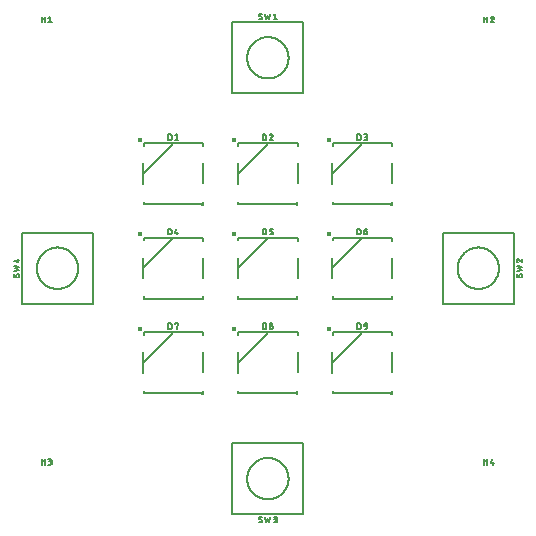
<source format=gbr>
G04 EAGLE Gerber RS-274X export*
G75*
%MOMM*%
%FSLAX34Y34*%
%LPD*%
%INSilkscreen Top*%
%IPPOS*%
%AMOC8*
5,1,8,0,0,1.08239X$1,22.5*%
G01*
%ADD10C,0.203200*%
%ADD11C,0.406400*%
%ADD12C,0.127000*%


D10*
X167142Y278628D02*
X167142Y276088D01*
X166634Y276088D01*
X166634Y276139D01*
X117129Y276139D01*
X117129Y278450D01*
X167345Y325440D02*
X167345Y328158D01*
X166837Y328158D01*
X166837Y328183D01*
X117155Y328183D01*
X117155Y325923D01*
X167650Y311140D02*
X167650Y294122D01*
X116850Y293614D02*
X116850Y302250D01*
X116850Y310886D01*
X116850Y302250D02*
X142250Y327650D01*
D11*
X113675Y330825D03*
D12*
X138075Y330825D02*
X138075Y335651D01*
X139415Y335651D01*
X139485Y335649D01*
X139555Y335644D01*
X139625Y335634D01*
X139694Y335622D01*
X139762Y335605D01*
X139829Y335585D01*
X139896Y335562D01*
X139960Y335535D01*
X140024Y335505D01*
X140086Y335471D01*
X140145Y335435D01*
X140203Y335395D01*
X140259Y335352D01*
X140312Y335307D01*
X140363Y335258D01*
X140412Y335207D01*
X140457Y335154D01*
X140500Y335098D01*
X140540Y335040D01*
X140576Y334981D01*
X140610Y334919D01*
X140640Y334855D01*
X140667Y334791D01*
X140690Y334724D01*
X140710Y334657D01*
X140727Y334589D01*
X140739Y334520D01*
X140749Y334450D01*
X140754Y334380D01*
X140756Y334310D01*
X140756Y332166D01*
X140754Y332096D01*
X140749Y332026D01*
X140739Y331956D01*
X140727Y331887D01*
X140710Y331819D01*
X140690Y331752D01*
X140667Y331685D01*
X140640Y331621D01*
X140610Y331557D01*
X140576Y331495D01*
X140540Y331436D01*
X140500Y331378D01*
X140457Y331322D01*
X140412Y331269D01*
X140363Y331218D01*
X140312Y331169D01*
X140259Y331124D01*
X140203Y331081D01*
X140145Y331041D01*
X140085Y331005D01*
X140024Y330971D01*
X139960Y330941D01*
X139896Y330914D01*
X139829Y330891D01*
X139762Y330871D01*
X139694Y330854D01*
X139625Y330842D01*
X139555Y330832D01*
X139485Y330827D01*
X139415Y330825D01*
X138075Y330825D01*
X143744Y334579D02*
X145085Y335651D01*
X145085Y330825D01*
X146425Y330825D02*
X143744Y330825D01*
D10*
X247142Y278628D02*
X247142Y276088D01*
X246634Y276088D01*
X246634Y276139D01*
X197129Y276139D01*
X197129Y278450D01*
X247345Y325440D02*
X247345Y328158D01*
X246837Y328158D01*
X246837Y328183D01*
X197155Y328183D01*
X197155Y325923D01*
X247650Y311140D02*
X247650Y294122D01*
X196850Y293614D02*
X196850Y302250D01*
X196850Y310886D01*
X196850Y302250D02*
X222250Y327650D01*
D11*
X193675Y330825D03*
D12*
X218075Y330825D02*
X218075Y335651D01*
X219415Y335651D01*
X219485Y335649D01*
X219555Y335644D01*
X219625Y335634D01*
X219694Y335622D01*
X219762Y335605D01*
X219829Y335585D01*
X219896Y335562D01*
X219960Y335535D01*
X220024Y335505D01*
X220086Y335471D01*
X220145Y335435D01*
X220203Y335395D01*
X220259Y335352D01*
X220312Y335307D01*
X220363Y335258D01*
X220412Y335207D01*
X220457Y335154D01*
X220500Y335098D01*
X220540Y335040D01*
X220576Y334981D01*
X220610Y334919D01*
X220640Y334855D01*
X220667Y334791D01*
X220690Y334724D01*
X220710Y334657D01*
X220727Y334589D01*
X220739Y334520D01*
X220749Y334450D01*
X220754Y334380D01*
X220756Y334310D01*
X220756Y332166D01*
X220754Y332096D01*
X220749Y332026D01*
X220739Y331956D01*
X220727Y331887D01*
X220710Y331819D01*
X220690Y331752D01*
X220667Y331685D01*
X220640Y331621D01*
X220610Y331557D01*
X220576Y331495D01*
X220540Y331436D01*
X220500Y331378D01*
X220457Y331322D01*
X220412Y331269D01*
X220363Y331218D01*
X220312Y331169D01*
X220259Y331124D01*
X220203Y331081D01*
X220145Y331041D01*
X220085Y331005D01*
X220024Y330971D01*
X219960Y330941D01*
X219896Y330914D01*
X219829Y330891D01*
X219762Y330871D01*
X219694Y330854D01*
X219625Y330842D01*
X219555Y330832D01*
X219485Y330827D01*
X219415Y330825D01*
X218075Y330825D01*
X225219Y335651D02*
X225287Y335649D01*
X225354Y335643D01*
X225421Y335634D01*
X225488Y335621D01*
X225553Y335604D01*
X225618Y335583D01*
X225681Y335559D01*
X225743Y335531D01*
X225803Y335500D01*
X225861Y335466D01*
X225917Y335428D01*
X225972Y335388D01*
X226023Y335344D01*
X226072Y335297D01*
X226119Y335248D01*
X226163Y335197D01*
X226203Y335142D01*
X226241Y335086D01*
X226275Y335028D01*
X226306Y334968D01*
X226334Y334906D01*
X226358Y334843D01*
X226379Y334778D01*
X226396Y334713D01*
X226409Y334646D01*
X226418Y334579D01*
X226424Y334512D01*
X226426Y334444D01*
X225219Y335651D02*
X225141Y335649D01*
X225063Y335643D01*
X224986Y335633D01*
X224909Y335620D01*
X224833Y335602D01*
X224758Y335581D01*
X224684Y335556D01*
X224612Y335527D01*
X224541Y335495D01*
X224472Y335459D01*
X224404Y335420D01*
X224339Y335377D01*
X224276Y335331D01*
X224215Y335282D01*
X224157Y335230D01*
X224102Y335175D01*
X224049Y335118D01*
X224000Y335058D01*
X223953Y334995D01*
X223910Y334931D01*
X223870Y334864D01*
X223833Y334795D01*
X223800Y334724D01*
X223770Y334652D01*
X223744Y334579D01*
X226023Y333506D02*
X226072Y333555D01*
X226119Y333607D01*
X226162Y333662D01*
X226203Y333719D01*
X226241Y333778D01*
X226275Y333839D01*
X226306Y333902D01*
X226334Y333966D01*
X226358Y334032D01*
X226378Y334098D01*
X226395Y334166D01*
X226408Y334235D01*
X226417Y334304D01*
X226423Y334374D01*
X226425Y334444D01*
X226023Y333506D02*
X223744Y330825D01*
X226425Y330825D01*
D10*
X327142Y278628D02*
X327142Y276088D01*
X326634Y276088D01*
X326634Y276139D01*
X277129Y276139D01*
X277129Y278450D01*
X327345Y325440D02*
X327345Y328158D01*
X326837Y328158D01*
X326837Y328183D01*
X277155Y328183D01*
X277155Y325923D01*
X327650Y311140D02*
X327650Y294122D01*
X276850Y293614D02*
X276850Y302250D01*
X276850Y310886D01*
X276850Y302250D02*
X302250Y327650D01*
D11*
X273675Y330825D03*
D12*
X298075Y330825D02*
X298075Y335651D01*
X299415Y335651D01*
X299485Y335649D01*
X299555Y335644D01*
X299625Y335634D01*
X299694Y335622D01*
X299762Y335605D01*
X299829Y335585D01*
X299896Y335562D01*
X299960Y335535D01*
X300024Y335505D01*
X300086Y335471D01*
X300145Y335435D01*
X300203Y335395D01*
X300259Y335352D01*
X300312Y335307D01*
X300363Y335258D01*
X300412Y335207D01*
X300457Y335154D01*
X300500Y335098D01*
X300540Y335040D01*
X300576Y334981D01*
X300610Y334919D01*
X300640Y334855D01*
X300667Y334791D01*
X300690Y334724D01*
X300710Y334657D01*
X300727Y334589D01*
X300739Y334520D01*
X300749Y334450D01*
X300754Y334380D01*
X300756Y334310D01*
X300756Y332166D01*
X300754Y332096D01*
X300749Y332026D01*
X300739Y331956D01*
X300727Y331887D01*
X300710Y331819D01*
X300690Y331752D01*
X300667Y331685D01*
X300640Y331621D01*
X300610Y331557D01*
X300576Y331495D01*
X300540Y331436D01*
X300500Y331378D01*
X300457Y331322D01*
X300412Y331269D01*
X300363Y331218D01*
X300312Y331169D01*
X300259Y331124D01*
X300203Y331081D01*
X300145Y331041D01*
X300085Y331005D01*
X300024Y330971D01*
X299960Y330941D01*
X299896Y330914D01*
X299829Y330891D01*
X299762Y330871D01*
X299694Y330854D01*
X299625Y330842D01*
X299555Y330832D01*
X299485Y330827D01*
X299415Y330825D01*
X298075Y330825D01*
X303744Y330825D02*
X305085Y330825D01*
X305156Y330827D01*
X305228Y330833D01*
X305298Y330842D01*
X305368Y330855D01*
X305438Y330872D01*
X305506Y330893D01*
X305573Y330917D01*
X305639Y330945D01*
X305703Y330976D01*
X305766Y331011D01*
X305826Y331049D01*
X305885Y331090D01*
X305941Y331134D01*
X305995Y331181D01*
X306046Y331230D01*
X306094Y331283D01*
X306140Y331338D01*
X306182Y331395D01*
X306222Y331455D01*
X306258Y331516D01*
X306291Y331580D01*
X306320Y331645D01*
X306346Y331711D01*
X306369Y331779D01*
X306388Y331848D01*
X306403Y331918D01*
X306414Y331988D01*
X306422Y332059D01*
X306426Y332130D01*
X306426Y332202D01*
X306422Y332273D01*
X306414Y332344D01*
X306403Y332414D01*
X306388Y332484D01*
X306369Y332553D01*
X306346Y332621D01*
X306320Y332687D01*
X306291Y332752D01*
X306258Y332816D01*
X306222Y332877D01*
X306182Y332937D01*
X306140Y332994D01*
X306094Y333049D01*
X306046Y333102D01*
X305995Y333151D01*
X305941Y333198D01*
X305885Y333242D01*
X305826Y333283D01*
X305766Y333321D01*
X305703Y333356D01*
X305639Y333387D01*
X305573Y333415D01*
X305506Y333439D01*
X305438Y333460D01*
X305368Y333477D01*
X305298Y333490D01*
X305228Y333499D01*
X305156Y333505D01*
X305085Y333507D01*
X305353Y335651D02*
X303744Y335651D01*
X305353Y335651D02*
X305418Y335649D01*
X305482Y335643D01*
X305546Y335633D01*
X305610Y335620D01*
X305672Y335602D01*
X305733Y335581D01*
X305793Y335557D01*
X305851Y335528D01*
X305908Y335496D01*
X305962Y335461D01*
X306014Y335423D01*
X306064Y335381D01*
X306111Y335337D01*
X306155Y335290D01*
X306197Y335240D01*
X306235Y335188D01*
X306270Y335134D01*
X306302Y335077D01*
X306331Y335019D01*
X306355Y334959D01*
X306376Y334898D01*
X306394Y334836D01*
X306407Y334772D01*
X306417Y334708D01*
X306423Y334644D01*
X306425Y334579D01*
X306423Y334514D01*
X306417Y334450D01*
X306407Y334386D01*
X306394Y334322D01*
X306376Y334260D01*
X306355Y334199D01*
X306331Y334139D01*
X306302Y334081D01*
X306270Y334024D01*
X306235Y333970D01*
X306197Y333918D01*
X306155Y333868D01*
X306111Y333821D01*
X306064Y333777D01*
X306014Y333735D01*
X305962Y333697D01*
X305908Y333662D01*
X305851Y333630D01*
X305793Y333601D01*
X305733Y333577D01*
X305672Y333556D01*
X305610Y333538D01*
X305546Y333525D01*
X305482Y333515D01*
X305418Y333509D01*
X305353Y333507D01*
X305353Y333506D02*
X304280Y333506D01*
D10*
X167142Y198628D02*
X167142Y196088D01*
X166634Y196088D01*
X166634Y196139D01*
X117129Y196139D01*
X117129Y198450D01*
X167345Y245440D02*
X167345Y248158D01*
X166837Y248158D01*
X166837Y248183D01*
X117155Y248183D01*
X117155Y245923D01*
X167650Y231140D02*
X167650Y214122D01*
X116850Y213614D02*
X116850Y222250D01*
X116850Y230886D01*
X116850Y222250D02*
X142250Y247650D01*
D11*
X113675Y250825D03*
D12*
X138075Y250825D02*
X138075Y255651D01*
X139415Y255651D01*
X139485Y255649D01*
X139555Y255644D01*
X139625Y255634D01*
X139694Y255622D01*
X139762Y255605D01*
X139829Y255585D01*
X139896Y255562D01*
X139960Y255535D01*
X140024Y255505D01*
X140086Y255471D01*
X140145Y255435D01*
X140203Y255395D01*
X140259Y255352D01*
X140312Y255307D01*
X140363Y255258D01*
X140412Y255207D01*
X140457Y255154D01*
X140500Y255098D01*
X140540Y255040D01*
X140576Y254981D01*
X140610Y254919D01*
X140640Y254855D01*
X140667Y254791D01*
X140690Y254724D01*
X140710Y254657D01*
X140727Y254589D01*
X140739Y254520D01*
X140749Y254450D01*
X140754Y254380D01*
X140756Y254310D01*
X140756Y252166D01*
X140754Y252096D01*
X140749Y252026D01*
X140739Y251956D01*
X140727Y251887D01*
X140710Y251819D01*
X140690Y251752D01*
X140667Y251685D01*
X140640Y251621D01*
X140610Y251557D01*
X140576Y251495D01*
X140540Y251436D01*
X140500Y251378D01*
X140457Y251322D01*
X140412Y251269D01*
X140363Y251218D01*
X140312Y251169D01*
X140259Y251124D01*
X140203Y251081D01*
X140145Y251041D01*
X140085Y251005D01*
X140024Y250971D01*
X139960Y250941D01*
X139896Y250914D01*
X139829Y250891D01*
X139762Y250871D01*
X139694Y250854D01*
X139625Y250842D01*
X139555Y250832D01*
X139485Y250827D01*
X139415Y250825D01*
X138075Y250825D01*
X143744Y251897D02*
X144817Y255651D01*
X143744Y251897D02*
X146425Y251897D01*
X145621Y252970D02*
X145621Y250825D01*
D10*
X247142Y198628D02*
X247142Y196088D01*
X246634Y196088D01*
X246634Y196139D01*
X197129Y196139D01*
X197129Y198450D01*
X247345Y245440D02*
X247345Y248158D01*
X246837Y248158D01*
X246837Y248183D01*
X197155Y248183D01*
X197155Y245923D01*
X247650Y231140D02*
X247650Y214122D01*
X196850Y213614D02*
X196850Y222250D01*
X196850Y230886D01*
X196850Y222250D02*
X222250Y247650D01*
D11*
X193675Y250825D03*
D12*
X218075Y250825D02*
X218075Y255651D01*
X219415Y255651D01*
X219485Y255649D01*
X219555Y255644D01*
X219625Y255634D01*
X219694Y255622D01*
X219762Y255605D01*
X219829Y255585D01*
X219896Y255562D01*
X219960Y255535D01*
X220024Y255505D01*
X220086Y255471D01*
X220145Y255435D01*
X220203Y255395D01*
X220259Y255352D01*
X220312Y255307D01*
X220363Y255258D01*
X220412Y255207D01*
X220457Y255154D01*
X220500Y255098D01*
X220540Y255040D01*
X220576Y254981D01*
X220610Y254919D01*
X220640Y254855D01*
X220667Y254791D01*
X220690Y254724D01*
X220710Y254657D01*
X220727Y254589D01*
X220739Y254520D01*
X220749Y254450D01*
X220754Y254380D01*
X220756Y254310D01*
X220756Y252166D01*
X220754Y252096D01*
X220749Y252026D01*
X220739Y251956D01*
X220727Y251887D01*
X220710Y251819D01*
X220690Y251752D01*
X220667Y251685D01*
X220640Y251621D01*
X220610Y251557D01*
X220576Y251495D01*
X220540Y251436D01*
X220500Y251378D01*
X220457Y251322D01*
X220412Y251269D01*
X220363Y251218D01*
X220312Y251169D01*
X220259Y251124D01*
X220203Y251081D01*
X220145Y251041D01*
X220085Y251005D01*
X220024Y250971D01*
X219960Y250941D01*
X219896Y250914D01*
X219829Y250891D01*
X219762Y250871D01*
X219694Y250854D01*
X219625Y250842D01*
X219555Y250832D01*
X219485Y250827D01*
X219415Y250825D01*
X218075Y250825D01*
X223744Y250825D02*
X225353Y250825D01*
X225418Y250827D01*
X225482Y250833D01*
X225546Y250843D01*
X225610Y250856D01*
X225672Y250874D01*
X225733Y250895D01*
X225793Y250919D01*
X225851Y250948D01*
X225908Y250980D01*
X225962Y251015D01*
X226014Y251053D01*
X226064Y251095D01*
X226111Y251139D01*
X226155Y251186D01*
X226197Y251236D01*
X226235Y251288D01*
X226270Y251342D01*
X226302Y251399D01*
X226331Y251457D01*
X226355Y251517D01*
X226376Y251578D01*
X226394Y251640D01*
X226407Y251704D01*
X226417Y251768D01*
X226423Y251832D01*
X226425Y251897D01*
X226425Y252434D01*
X226423Y252499D01*
X226417Y252563D01*
X226407Y252627D01*
X226394Y252691D01*
X226376Y252753D01*
X226355Y252814D01*
X226331Y252874D01*
X226302Y252932D01*
X226270Y252989D01*
X226235Y253043D01*
X226197Y253095D01*
X226155Y253145D01*
X226111Y253192D01*
X226064Y253236D01*
X226014Y253278D01*
X225962Y253316D01*
X225908Y253351D01*
X225851Y253383D01*
X225793Y253412D01*
X225733Y253436D01*
X225672Y253457D01*
X225610Y253475D01*
X225546Y253488D01*
X225482Y253498D01*
X225418Y253504D01*
X225353Y253506D01*
X223744Y253506D01*
X223744Y255651D01*
X226425Y255651D01*
D10*
X327142Y198628D02*
X327142Y196088D01*
X326634Y196088D01*
X326634Y196139D01*
X277129Y196139D01*
X277129Y198450D01*
X327345Y245440D02*
X327345Y248158D01*
X326837Y248158D01*
X326837Y248183D01*
X277155Y248183D01*
X277155Y245923D01*
X327650Y231140D02*
X327650Y214122D01*
X276850Y213614D02*
X276850Y222250D01*
X276850Y230886D01*
X276850Y222250D02*
X302250Y247650D01*
D11*
X273675Y250825D03*
D12*
X298075Y250825D02*
X298075Y255651D01*
X299415Y255651D01*
X299485Y255649D01*
X299555Y255644D01*
X299625Y255634D01*
X299694Y255622D01*
X299762Y255605D01*
X299829Y255585D01*
X299896Y255562D01*
X299960Y255535D01*
X300024Y255505D01*
X300086Y255471D01*
X300145Y255435D01*
X300203Y255395D01*
X300259Y255352D01*
X300312Y255307D01*
X300363Y255258D01*
X300412Y255207D01*
X300457Y255154D01*
X300500Y255098D01*
X300540Y255040D01*
X300576Y254981D01*
X300610Y254919D01*
X300640Y254855D01*
X300667Y254791D01*
X300690Y254724D01*
X300710Y254657D01*
X300727Y254589D01*
X300739Y254520D01*
X300749Y254450D01*
X300754Y254380D01*
X300756Y254310D01*
X300756Y252166D01*
X300754Y252096D01*
X300749Y252026D01*
X300739Y251956D01*
X300727Y251887D01*
X300710Y251819D01*
X300690Y251752D01*
X300667Y251685D01*
X300640Y251621D01*
X300610Y251557D01*
X300576Y251495D01*
X300540Y251436D01*
X300500Y251378D01*
X300457Y251322D01*
X300412Y251269D01*
X300363Y251218D01*
X300312Y251169D01*
X300259Y251124D01*
X300203Y251081D01*
X300145Y251041D01*
X300085Y251005D01*
X300024Y250971D01*
X299960Y250941D01*
X299896Y250914D01*
X299829Y250891D01*
X299762Y250871D01*
X299694Y250854D01*
X299625Y250842D01*
X299555Y250832D01*
X299485Y250827D01*
X299415Y250825D01*
X298075Y250825D01*
X303744Y253506D02*
X305353Y253506D01*
X305418Y253504D01*
X305482Y253498D01*
X305546Y253488D01*
X305610Y253475D01*
X305672Y253457D01*
X305733Y253436D01*
X305793Y253412D01*
X305851Y253383D01*
X305908Y253351D01*
X305962Y253316D01*
X306014Y253278D01*
X306064Y253236D01*
X306111Y253192D01*
X306155Y253145D01*
X306197Y253095D01*
X306235Y253043D01*
X306270Y252989D01*
X306302Y252932D01*
X306331Y252874D01*
X306355Y252814D01*
X306376Y252753D01*
X306394Y252691D01*
X306407Y252627D01*
X306417Y252563D01*
X306423Y252499D01*
X306425Y252434D01*
X306425Y252166D01*
X306426Y252166D02*
X306424Y252095D01*
X306418Y252023D01*
X306409Y251953D01*
X306396Y251883D01*
X306379Y251813D01*
X306358Y251745D01*
X306334Y251678D01*
X306306Y251612D01*
X306275Y251548D01*
X306240Y251485D01*
X306202Y251425D01*
X306161Y251366D01*
X306117Y251310D01*
X306070Y251256D01*
X306021Y251205D01*
X305968Y251157D01*
X305913Y251111D01*
X305856Y251069D01*
X305796Y251029D01*
X305735Y250993D01*
X305671Y250960D01*
X305606Y250931D01*
X305540Y250905D01*
X305472Y250882D01*
X305403Y250863D01*
X305333Y250848D01*
X305263Y250837D01*
X305192Y250829D01*
X305121Y250825D01*
X305049Y250825D01*
X304978Y250829D01*
X304907Y250837D01*
X304837Y250848D01*
X304767Y250863D01*
X304698Y250882D01*
X304630Y250905D01*
X304564Y250931D01*
X304499Y250960D01*
X304435Y250993D01*
X304374Y251029D01*
X304314Y251069D01*
X304257Y251111D01*
X304202Y251157D01*
X304149Y251205D01*
X304100Y251256D01*
X304053Y251310D01*
X304009Y251366D01*
X303968Y251425D01*
X303930Y251485D01*
X303895Y251548D01*
X303864Y251612D01*
X303836Y251678D01*
X303812Y251745D01*
X303791Y251813D01*
X303774Y251883D01*
X303761Y251953D01*
X303752Y252023D01*
X303746Y252095D01*
X303744Y252166D01*
X303744Y253506D01*
X303746Y253597D01*
X303752Y253688D01*
X303761Y253778D01*
X303775Y253869D01*
X303792Y253958D01*
X303813Y254046D01*
X303838Y254134D01*
X303867Y254221D01*
X303899Y254306D01*
X303934Y254390D01*
X303974Y254472D01*
X304016Y254552D01*
X304062Y254631D01*
X304112Y254707D01*
X304164Y254781D01*
X304220Y254854D01*
X304279Y254923D01*
X304340Y254990D01*
X304405Y255055D01*
X304472Y255116D01*
X304541Y255175D01*
X304613Y255231D01*
X304688Y255283D01*
X304764Y255333D01*
X304843Y255379D01*
X304923Y255421D01*
X305005Y255461D01*
X305089Y255496D01*
X305174Y255528D01*
X305261Y255557D01*
X305348Y255582D01*
X305437Y255603D01*
X305526Y255620D01*
X305617Y255634D01*
X305707Y255643D01*
X305798Y255649D01*
X305889Y255651D01*
D10*
X167142Y118628D02*
X167142Y116088D01*
X166634Y116088D01*
X166634Y116139D01*
X117129Y116139D01*
X117129Y118450D01*
X167345Y165440D02*
X167345Y168158D01*
X166837Y168158D01*
X166837Y168183D01*
X117155Y168183D01*
X117155Y165923D01*
X167650Y151140D02*
X167650Y134122D01*
X116850Y133614D02*
X116850Y142250D01*
X116850Y150886D01*
X116850Y142250D02*
X142250Y167650D01*
D11*
X113675Y170825D03*
D12*
X138075Y170825D02*
X138075Y175651D01*
X139415Y175651D01*
X139485Y175649D01*
X139555Y175644D01*
X139625Y175634D01*
X139694Y175622D01*
X139762Y175605D01*
X139829Y175585D01*
X139896Y175562D01*
X139960Y175535D01*
X140024Y175505D01*
X140086Y175471D01*
X140145Y175435D01*
X140203Y175395D01*
X140259Y175352D01*
X140312Y175307D01*
X140363Y175258D01*
X140412Y175207D01*
X140457Y175154D01*
X140500Y175098D01*
X140540Y175040D01*
X140576Y174981D01*
X140610Y174919D01*
X140640Y174855D01*
X140667Y174791D01*
X140690Y174724D01*
X140710Y174657D01*
X140727Y174589D01*
X140739Y174520D01*
X140749Y174450D01*
X140754Y174380D01*
X140756Y174310D01*
X140756Y172166D01*
X140754Y172096D01*
X140749Y172026D01*
X140739Y171956D01*
X140727Y171887D01*
X140710Y171819D01*
X140690Y171752D01*
X140667Y171685D01*
X140640Y171621D01*
X140610Y171557D01*
X140576Y171495D01*
X140540Y171436D01*
X140500Y171378D01*
X140457Y171322D01*
X140412Y171269D01*
X140363Y171218D01*
X140312Y171169D01*
X140259Y171124D01*
X140203Y171081D01*
X140145Y171041D01*
X140085Y171005D01*
X140024Y170971D01*
X139960Y170941D01*
X139896Y170914D01*
X139829Y170891D01*
X139762Y170871D01*
X139694Y170854D01*
X139625Y170842D01*
X139555Y170832D01*
X139485Y170827D01*
X139415Y170825D01*
X138075Y170825D01*
X143744Y175115D02*
X143744Y175651D01*
X146425Y175651D01*
X145085Y170825D01*
D10*
X247142Y118628D02*
X247142Y116088D01*
X246634Y116088D01*
X246634Y116139D01*
X197129Y116139D01*
X197129Y118450D01*
X247345Y165440D02*
X247345Y168158D01*
X246837Y168158D01*
X246837Y168183D01*
X197155Y168183D01*
X197155Y165923D01*
X247650Y151140D02*
X247650Y134122D01*
X196850Y133614D02*
X196850Y142250D01*
X196850Y150886D01*
X196850Y142250D02*
X222250Y167650D01*
D11*
X193675Y170825D03*
D12*
X218075Y170825D02*
X218075Y175651D01*
X219415Y175651D01*
X219485Y175649D01*
X219555Y175644D01*
X219625Y175634D01*
X219694Y175622D01*
X219762Y175605D01*
X219829Y175585D01*
X219896Y175562D01*
X219960Y175535D01*
X220024Y175505D01*
X220086Y175471D01*
X220145Y175435D01*
X220203Y175395D01*
X220259Y175352D01*
X220312Y175307D01*
X220363Y175258D01*
X220412Y175207D01*
X220457Y175154D01*
X220500Y175098D01*
X220540Y175040D01*
X220576Y174981D01*
X220610Y174919D01*
X220640Y174855D01*
X220667Y174791D01*
X220690Y174724D01*
X220710Y174657D01*
X220727Y174589D01*
X220739Y174520D01*
X220749Y174450D01*
X220754Y174380D01*
X220756Y174310D01*
X220756Y172166D01*
X220754Y172096D01*
X220749Y172026D01*
X220739Y171956D01*
X220727Y171887D01*
X220710Y171819D01*
X220690Y171752D01*
X220667Y171685D01*
X220640Y171621D01*
X220610Y171557D01*
X220576Y171495D01*
X220540Y171436D01*
X220500Y171378D01*
X220457Y171322D01*
X220412Y171269D01*
X220363Y171218D01*
X220312Y171169D01*
X220259Y171124D01*
X220203Y171081D01*
X220145Y171041D01*
X220085Y171005D01*
X220024Y170971D01*
X219960Y170941D01*
X219896Y170914D01*
X219829Y170891D01*
X219762Y170871D01*
X219694Y170854D01*
X219625Y170842D01*
X219555Y170832D01*
X219485Y170827D01*
X219415Y170825D01*
X218075Y170825D01*
X223744Y172166D02*
X223746Y172237D01*
X223752Y172309D01*
X223761Y172379D01*
X223774Y172449D01*
X223791Y172519D01*
X223812Y172587D01*
X223836Y172654D01*
X223864Y172720D01*
X223895Y172784D01*
X223930Y172847D01*
X223968Y172907D01*
X224009Y172966D01*
X224053Y173022D01*
X224100Y173076D01*
X224149Y173127D01*
X224202Y173175D01*
X224257Y173221D01*
X224314Y173263D01*
X224374Y173303D01*
X224435Y173339D01*
X224499Y173372D01*
X224564Y173401D01*
X224630Y173427D01*
X224698Y173450D01*
X224767Y173469D01*
X224837Y173484D01*
X224907Y173495D01*
X224978Y173503D01*
X225049Y173507D01*
X225121Y173507D01*
X225192Y173503D01*
X225263Y173495D01*
X225333Y173484D01*
X225403Y173469D01*
X225472Y173450D01*
X225540Y173427D01*
X225606Y173401D01*
X225671Y173372D01*
X225735Y173339D01*
X225796Y173303D01*
X225856Y173263D01*
X225913Y173221D01*
X225968Y173175D01*
X226021Y173127D01*
X226070Y173076D01*
X226117Y173022D01*
X226161Y172966D01*
X226202Y172907D01*
X226240Y172847D01*
X226275Y172784D01*
X226306Y172720D01*
X226334Y172654D01*
X226358Y172587D01*
X226379Y172519D01*
X226396Y172449D01*
X226409Y172379D01*
X226418Y172309D01*
X226424Y172237D01*
X226426Y172166D01*
X226424Y172095D01*
X226418Y172023D01*
X226409Y171953D01*
X226396Y171883D01*
X226379Y171813D01*
X226358Y171745D01*
X226334Y171678D01*
X226306Y171612D01*
X226275Y171548D01*
X226240Y171485D01*
X226202Y171425D01*
X226161Y171366D01*
X226117Y171310D01*
X226070Y171256D01*
X226021Y171205D01*
X225968Y171157D01*
X225913Y171111D01*
X225856Y171069D01*
X225796Y171029D01*
X225735Y170993D01*
X225671Y170960D01*
X225606Y170931D01*
X225540Y170905D01*
X225472Y170882D01*
X225403Y170863D01*
X225333Y170848D01*
X225263Y170837D01*
X225192Y170829D01*
X225121Y170825D01*
X225049Y170825D01*
X224978Y170829D01*
X224907Y170837D01*
X224837Y170848D01*
X224767Y170863D01*
X224698Y170882D01*
X224630Y170905D01*
X224564Y170931D01*
X224499Y170960D01*
X224435Y170993D01*
X224374Y171029D01*
X224314Y171069D01*
X224257Y171111D01*
X224202Y171157D01*
X224149Y171205D01*
X224100Y171256D01*
X224053Y171310D01*
X224009Y171366D01*
X223968Y171425D01*
X223930Y171485D01*
X223895Y171548D01*
X223864Y171612D01*
X223836Y171678D01*
X223812Y171745D01*
X223791Y171813D01*
X223774Y171883D01*
X223761Y171953D01*
X223752Y172023D01*
X223746Y172095D01*
X223744Y172166D01*
X224013Y174579D02*
X224015Y174644D01*
X224021Y174708D01*
X224031Y174772D01*
X224044Y174836D01*
X224062Y174898D01*
X224083Y174959D01*
X224107Y175019D01*
X224136Y175077D01*
X224168Y175134D01*
X224203Y175188D01*
X224241Y175240D01*
X224283Y175290D01*
X224327Y175337D01*
X224374Y175381D01*
X224424Y175423D01*
X224476Y175461D01*
X224530Y175496D01*
X224587Y175528D01*
X224645Y175557D01*
X224705Y175581D01*
X224766Y175602D01*
X224828Y175620D01*
X224892Y175633D01*
X224956Y175643D01*
X225020Y175649D01*
X225085Y175651D01*
X225150Y175649D01*
X225214Y175643D01*
X225278Y175633D01*
X225342Y175620D01*
X225404Y175602D01*
X225465Y175581D01*
X225525Y175557D01*
X225583Y175528D01*
X225640Y175496D01*
X225694Y175461D01*
X225746Y175423D01*
X225796Y175381D01*
X225843Y175337D01*
X225887Y175290D01*
X225929Y175240D01*
X225967Y175188D01*
X226002Y175134D01*
X226034Y175077D01*
X226063Y175019D01*
X226087Y174959D01*
X226108Y174898D01*
X226126Y174836D01*
X226139Y174772D01*
X226149Y174708D01*
X226155Y174644D01*
X226157Y174579D01*
X226155Y174514D01*
X226149Y174450D01*
X226139Y174386D01*
X226126Y174322D01*
X226108Y174260D01*
X226087Y174199D01*
X226063Y174139D01*
X226034Y174081D01*
X226002Y174024D01*
X225967Y173970D01*
X225929Y173918D01*
X225887Y173868D01*
X225843Y173821D01*
X225796Y173777D01*
X225746Y173735D01*
X225694Y173697D01*
X225640Y173662D01*
X225583Y173630D01*
X225525Y173601D01*
X225465Y173577D01*
X225404Y173556D01*
X225342Y173538D01*
X225278Y173525D01*
X225214Y173515D01*
X225150Y173509D01*
X225085Y173507D01*
X225020Y173509D01*
X224956Y173515D01*
X224892Y173525D01*
X224828Y173538D01*
X224766Y173556D01*
X224705Y173577D01*
X224645Y173601D01*
X224587Y173630D01*
X224530Y173662D01*
X224476Y173697D01*
X224424Y173735D01*
X224374Y173777D01*
X224327Y173821D01*
X224283Y173868D01*
X224241Y173918D01*
X224203Y173970D01*
X224168Y174024D01*
X224136Y174081D01*
X224107Y174139D01*
X224083Y174199D01*
X224062Y174260D01*
X224044Y174322D01*
X224031Y174386D01*
X224021Y174450D01*
X224015Y174514D01*
X224013Y174579D01*
D10*
X327142Y118628D02*
X327142Y116088D01*
X326634Y116088D01*
X326634Y116139D01*
X277129Y116139D01*
X277129Y118450D01*
X327345Y165440D02*
X327345Y168158D01*
X326837Y168158D01*
X326837Y168183D01*
X277155Y168183D01*
X277155Y165923D01*
X327650Y151140D02*
X327650Y134122D01*
X276850Y133614D02*
X276850Y142250D01*
X276850Y150886D01*
X276850Y142250D02*
X302250Y167650D01*
D11*
X273675Y170825D03*
D12*
X298075Y170825D02*
X298075Y175651D01*
X299415Y175651D01*
X299485Y175649D01*
X299555Y175644D01*
X299625Y175634D01*
X299694Y175622D01*
X299762Y175605D01*
X299829Y175585D01*
X299896Y175562D01*
X299960Y175535D01*
X300024Y175505D01*
X300086Y175471D01*
X300145Y175435D01*
X300203Y175395D01*
X300259Y175352D01*
X300312Y175307D01*
X300363Y175258D01*
X300412Y175207D01*
X300457Y175154D01*
X300500Y175098D01*
X300540Y175040D01*
X300576Y174981D01*
X300610Y174919D01*
X300640Y174855D01*
X300667Y174791D01*
X300690Y174724D01*
X300710Y174657D01*
X300727Y174589D01*
X300739Y174520D01*
X300749Y174450D01*
X300754Y174380D01*
X300756Y174310D01*
X300756Y172166D01*
X300754Y172096D01*
X300749Y172026D01*
X300739Y171956D01*
X300727Y171887D01*
X300710Y171819D01*
X300690Y171752D01*
X300667Y171685D01*
X300640Y171621D01*
X300610Y171557D01*
X300576Y171495D01*
X300540Y171436D01*
X300500Y171378D01*
X300457Y171322D01*
X300412Y171269D01*
X300363Y171218D01*
X300312Y171169D01*
X300259Y171124D01*
X300203Y171081D01*
X300145Y171041D01*
X300085Y171005D01*
X300024Y170971D01*
X299960Y170941D01*
X299896Y170914D01*
X299829Y170891D01*
X299762Y170871D01*
X299694Y170854D01*
X299625Y170842D01*
X299555Y170832D01*
X299485Y170827D01*
X299415Y170825D01*
X298075Y170825D01*
X304817Y172970D02*
X306425Y172970D01*
X304817Y172970D02*
X304752Y172972D01*
X304688Y172978D01*
X304624Y172988D01*
X304560Y173001D01*
X304498Y173019D01*
X304437Y173040D01*
X304377Y173064D01*
X304319Y173093D01*
X304262Y173125D01*
X304208Y173160D01*
X304156Y173198D01*
X304106Y173240D01*
X304059Y173284D01*
X304015Y173331D01*
X303973Y173381D01*
X303935Y173433D01*
X303900Y173487D01*
X303868Y173544D01*
X303839Y173602D01*
X303815Y173662D01*
X303794Y173723D01*
X303776Y173785D01*
X303763Y173849D01*
X303753Y173913D01*
X303747Y173977D01*
X303745Y174042D01*
X303744Y174042D02*
X303744Y174310D01*
X303746Y174381D01*
X303752Y174453D01*
X303761Y174523D01*
X303774Y174593D01*
X303791Y174663D01*
X303812Y174731D01*
X303836Y174798D01*
X303864Y174864D01*
X303895Y174928D01*
X303930Y174991D01*
X303968Y175051D01*
X304009Y175110D01*
X304053Y175166D01*
X304100Y175220D01*
X304149Y175271D01*
X304202Y175319D01*
X304257Y175365D01*
X304314Y175407D01*
X304374Y175447D01*
X304435Y175483D01*
X304499Y175516D01*
X304564Y175545D01*
X304630Y175571D01*
X304698Y175594D01*
X304767Y175613D01*
X304837Y175628D01*
X304907Y175639D01*
X304978Y175647D01*
X305049Y175651D01*
X305121Y175651D01*
X305192Y175647D01*
X305263Y175639D01*
X305333Y175628D01*
X305403Y175613D01*
X305472Y175594D01*
X305540Y175571D01*
X305606Y175545D01*
X305671Y175516D01*
X305735Y175483D01*
X305796Y175447D01*
X305856Y175407D01*
X305913Y175365D01*
X305968Y175319D01*
X306021Y175271D01*
X306070Y175220D01*
X306117Y175166D01*
X306161Y175110D01*
X306202Y175051D01*
X306240Y174991D01*
X306275Y174928D01*
X306306Y174864D01*
X306334Y174798D01*
X306358Y174731D01*
X306379Y174663D01*
X306396Y174593D01*
X306409Y174523D01*
X306418Y174453D01*
X306424Y174381D01*
X306426Y174310D01*
X306425Y174310D02*
X306425Y172970D01*
X306423Y172879D01*
X306417Y172788D01*
X306408Y172698D01*
X306394Y172607D01*
X306377Y172518D01*
X306356Y172430D01*
X306331Y172342D01*
X306302Y172255D01*
X306270Y172170D01*
X306235Y172086D01*
X306195Y172004D01*
X306153Y171924D01*
X306107Y171845D01*
X306057Y171769D01*
X306005Y171695D01*
X305949Y171622D01*
X305890Y171553D01*
X305829Y171486D01*
X305764Y171421D01*
X305697Y171360D01*
X305628Y171301D01*
X305555Y171245D01*
X305481Y171193D01*
X305405Y171143D01*
X305326Y171097D01*
X305246Y171055D01*
X305164Y171015D01*
X305080Y170980D01*
X304995Y170948D01*
X304908Y170919D01*
X304820Y170894D01*
X304732Y170873D01*
X304643Y170856D01*
X304552Y170842D01*
X304462Y170833D01*
X304371Y170827D01*
X304280Y170825D01*
D10*
X252250Y74110D02*
X192250Y74110D01*
X192250Y14110D01*
X252250Y14110D01*
X252250Y74110D01*
X204750Y44110D02*
X204755Y44539D01*
X204771Y44969D01*
X204797Y45397D01*
X204834Y45825D01*
X204882Y46252D01*
X204939Y46678D01*
X205008Y47102D01*
X205086Y47524D01*
X205175Y47944D01*
X205274Y48362D01*
X205384Y48777D01*
X205504Y49190D01*
X205633Y49599D01*
X205773Y50006D01*
X205923Y50408D01*
X206082Y50807D01*
X206251Y51202D01*
X206430Y51592D01*
X206619Y51978D01*
X206816Y52359D01*
X207023Y52736D01*
X207240Y53107D01*
X207465Y53472D01*
X207699Y53832D01*
X207942Y54187D01*
X208194Y54535D01*
X208454Y54877D01*
X208722Y55212D01*
X208999Y55541D01*
X209283Y55862D01*
X209576Y56177D01*
X209876Y56484D01*
X210183Y56784D01*
X210498Y57077D01*
X210819Y57361D01*
X211148Y57638D01*
X211483Y57906D01*
X211825Y58166D01*
X212173Y58418D01*
X212528Y58661D01*
X212888Y58895D01*
X213253Y59120D01*
X213624Y59337D01*
X214001Y59544D01*
X214382Y59741D01*
X214768Y59930D01*
X215158Y60109D01*
X215553Y60278D01*
X215952Y60437D01*
X216354Y60587D01*
X216761Y60727D01*
X217170Y60856D01*
X217583Y60976D01*
X217998Y61086D01*
X218416Y61185D01*
X218836Y61274D01*
X219258Y61352D01*
X219682Y61421D01*
X220108Y61478D01*
X220535Y61526D01*
X220963Y61563D01*
X221391Y61589D01*
X221821Y61605D01*
X222250Y61610D01*
X222679Y61605D01*
X223109Y61589D01*
X223537Y61563D01*
X223965Y61526D01*
X224392Y61478D01*
X224818Y61421D01*
X225242Y61352D01*
X225664Y61274D01*
X226084Y61185D01*
X226502Y61086D01*
X226917Y60976D01*
X227330Y60856D01*
X227739Y60727D01*
X228146Y60587D01*
X228548Y60437D01*
X228947Y60278D01*
X229342Y60109D01*
X229732Y59930D01*
X230118Y59741D01*
X230499Y59544D01*
X230876Y59337D01*
X231247Y59120D01*
X231612Y58895D01*
X231972Y58661D01*
X232327Y58418D01*
X232675Y58166D01*
X233017Y57906D01*
X233352Y57638D01*
X233681Y57361D01*
X234002Y57077D01*
X234317Y56784D01*
X234624Y56484D01*
X234924Y56177D01*
X235217Y55862D01*
X235501Y55541D01*
X235778Y55212D01*
X236046Y54877D01*
X236306Y54535D01*
X236558Y54187D01*
X236801Y53832D01*
X237035Y53472D01*
X237260Y53107D01*
X237477Y52736D01*
X237684Y52359D01*
X237881Y51978D01*
X238070Y51592D01*
X238249Y51202D01*
X238418Y50807D01*
X238577Y50408D01*
X238727Y50006D01*
X238867Y49599D01*
X238996Y49190D01*
X239116Y48777D01*
X239226Y48362D01*
X239325Y47944D01*
X239414Y47524D01*
X239492Y47102D01*
X239561Y46678D01*
X239618Y46252D01*
X239666Y45825D01*
X239703Y45397D01*
X239729Y44969D01*
X239745Y44539D01*
X239750Y44110D01*
X239745Y43681D01*
X239729Y43251D01*
X239703Y42823D01*
X239666Y42395D01*
X239618Y41968D01*
X239561Y41542D01*
X239492Y41118D01*
X239414Y40696D01*
X239325Y40276D01*
X239226Y39858D01*
X239116Y39443D01*
X238996Y39030D01*
X238867Y38621D01*
X238727Y38214D01*
X238577Y37812D01*
X238418Y37413D01*
X238249Y37018D01*
X238070Y36628D01*
X237881Y36242D01*
X237684Y35861D01*
X237477Y35484D01*
X237260Y35113D01*
X237035Y34748D01*
X236801Y34388D01*
X236558Y34033D01*
X236306Y33685D01*
X236046Y33343D01*
X235778Y33008D01*
X235501Y32679D01*
X235217Y32358D01*
X234924Y32043D01*
X234624Y31736D01*
X234317Y31436D01*
X234002Y31143D01*
X233681Y30859D01*
X233352Y30582D01*
X233017Y30314D01*
X232675Y30054D01*
X232327Y29802D01*
X231972Y29559D01*
X231612Y29325D01*
X231247Y29100D01*
X230876Y28883D01*
X230499Y28676D01*
X230118Y28479D01*
X229732Y28290D01*
X229342Y28111D01*
X228947Y27942D01*
X228548Y27783D01*
X228146Y27633D01*
X227739Y27493D01*
X227330Y27364D01*
X226917Y27244D01*
X226502Y27134D01*
X226084Y27035D01*
X225664Y26946D01*
X225242Y26868D01*
X224818Y26799D01*
X224392Y26742D01*
X223965Y26694D01*
X223537Y26657D01*
X223109Y26631D01*
X222679Y26615D01*
X222250Y26610D01*
X221821Y26615D01*
X221391Y26631D01*
X220963Y26657D01*
X220535Y26694D01*
X220108Y26742D01*
X219682Y26799D01*
X219258Y26868D01*
X218836Y26946D01*
X218416Y27035D01*
X217998Y27134D01*
X217583Y27244D01*
X217170Y27364D01*
X216761Y27493D01*
X216354Y27633D01*
X215952Y27783D01*
X215553Y27942D01*
X215158Y28111D01*
X214768Y28290D01*
X214382Y28479D01*
X214001Y28676D01*
X213624Y28883D01*
X213253Y29100D01*
X212888Y29325D01*
X212528Y29559D01*
X212173Y29802D01*
X211825Y30054D01*
X211483Y30314D01*
X211148Y30582D01*
X210819Y30859D01*
X210498Y31143D01*
X210183Y31436D01*
X209876Y31736D01*
X209576Y32043D01*
X209283Y32358D01*
X208999Y32679D01*
X208722Y33008D01*
X208454Y33343D01*
X208194Y33685D01*
X207942Y34033D01*
X207699Y34388D01*
X207465Y34748D01*
X207240Y35113D01*
X207023Y35484D01*
X206816Y35861D01*
X206619Y36242D01*
X206430Y36628D01*
X206251Y37018D01*
X206082Y37413D01*
X205923Y37812D01*
X205773Y38214D01*
X205633Y38621D01*
X205504Y39030D01*
X205384Y39443D01*
X205274Y39858D01*
X205175Y40276D01*
X205086Y40696D01*
X205008Y41118D01*
X204939Y41542D01*
X204882Y41968D01*
X204834Y42395D01*
X204797Y42823D01*
X204771Y43251D01*
X204755Y43681D01*
X204750Y44110D01*
D12*
X217464Y7971D02*
X217462Y7906D01*
X217456Y7842D01*
X217446Y7778D01*
X217433Y7714D01*
X217415Y7652D01*
X217394Y7591D01*
X217370Y7531D01*
X217341Y7473D01*
X217309Y7416D01*
X217274Y7362D01*
X217236Y7310D01*
X217194Y7260D01*
X217150Y7213D01*
X217103Y7169D01*
X217053Y7127D01*
X217001Y7089D01*
X216947Y7054D01*
X216890Y7022D01*
X216832Y6993D01*
X216772Y6969D01*
X216711Y6948D01*
X216649Y6930D01*
X216585Y6917D01*
X216521Y6907D01*
X216457Y6901D01*
X216392Y6899D01*
X216298Y6901D01*
X216204Y6907D01*
X216110Y6917D01*
X216017Y6930D01*
X215925Y6948D01*
X215833Y6969D01*
X215742Y6994D01*
X215652Y7023D01*
X215564Y7056D01*
X215477Y7092D01*
X215392Y7132D01*
X215308Y7175D01*
X215227Y7222D01*
X215147Y7272D01*
X215069Y7325D01*
X214994Y7382D01*
X214921Y7441D01*
X214851Y7504D01*
X214783Y7569D01*
X214917Y10653D02*
X214919Y10718D01*
X214925Y10782D01*
X214935Y10846D01*
X214948Y10910D01*
X214966Y10972D01*
X214987Y11033D01*
X215011Y11093D01*
X215040Y11151D01*
X215072Y11208D01*
X215107Y11262D01*
X215145Y11314D01*
X215187Y11364D01*
X215231Y11411D01*
X215278Y11455D01*
X215328Y11497D01*
X215380Y11535D01*
X215434Y11570D01*
X215491Y11602D01*
X215549Y11631D01*
X215609Y11655D01*
X215670Y11676D01*
X215732Y11694D01*
X215796Y11707D01*
X215860Y11717D01*
X215924Y11723D01*
X215989Y11725D01*
X216075Y11723D01*
X216161Y11718D01*
X216247Y11708D01*
X216332Y11695D01*
X216417Y11679D01*
X216501Y11659D01*
X216584Y11635D01*
X216666Y11608D01*
X216746Y11577D01*
X216826Y11543D01*
X216903Y11505D01*
X216979Y11464D01*
X217053Y11420D01*
X217125Y11373D01*
X217196Y11323D01*
X215453Y9715D02*
X215400Y9748D01*
X215349Y9785D01*
X215300Y9824D01*
X215253Y9866D01*
X215209Y9911D01*
X215168Y9958D01*
X215129Y10007D01*
X215093Y10059D01*
X215060Y10113D01*
X215031Y10168D01*
X215005Y10225D01*
X214982Y10284D01*
X214962Y10343D01*
X214946Y10404D01*
X214933Y10465D01*
X214924Y10528D01*
X214919Y10590D01*
X214917Y10653D01*
X216928Y8909D02*
X216981Y8876D01*
X217032Y8839D01*
X217081Y8800D01*
X217128Y8758D01*
X217172Y8713D01*
X217213Y8666D01*
X217252Y8617D01*
X217288Y8565D01*
X217321Y8511D01*
X217350Y8456D01*
X217376Y8399D01*
X217399Y8340D01*
X217419Y8281D01*
X217435Y8220D01*
X217448Y8159D01*
X217457Y8096D01*
X217462Y8034D01*
X217464Y7971D01*
X216928Y8910D02*
X215453Y9714D01*
X220014Y11725D02*
X221086Y6899D01*
X222159Y10116D01*
X223231Y6899D01*
X224303Y11725D01*
X227036Y6899D02*
X228376Y6899D01*
X228447Y6901D01*
X228519Y6907D01*
X228589Y6916D01*
X228659Y6929D01*
X228729Y6946D01*
X228797Y6967D01*
X228864Y6991D01*
X228930Y7019D01*
X228994Y7050D01*
X229057Y7085D01*
X229117Y7123D01*
X229176Y7164D01*
X229232Y7208D01*
X229286Y7255D01*
X229337Y7304D01*
X229385Y7357D01*
X229431Y7412D01*
X229473Y7469D01*
X229513Y7529D01*
X229549Y7590D01*
X229582Y7654D01*
X229611Y7719D01*
X229637Y7785D01*
X229660Y7853D01*
X229679Y7922D01*
X229694Y7992D01*
X229705Y8062D01*
X229713Y8133D01*
X229717Y8204D01*
X229717Y8276D01*
X229713Y8347D01*
X229705Y8418D01*
X229694Y8488D01*
X229679Y8558D01*
X229660Y8627D01*
X229637Y8695D01*
X229611Y8761D01*
X229582Y8826D01*
X229549Y8890D01*
X229513Y8951D01*
X229473Y9011D01*
X229431Y9068D01*
X229385Y9123D01*
X229337Y9176D01*
X229286Y9225D01*
X229232Y9272D01*
X229176Y9316D01*
X229117Y9357D01*
X229057Y9395D01*
X228994Y9430D01*
X228930Y9461D01*
X228864Y9489D01*
X228797Y9513D01*
X228729Y9534D01*
X228659Y9551D01*
X228589Y9564D01*
X228519Y9573D01*
X228447Y9579D01*
X228376Y9581D01*
X228645Y11725D02*
X227036Y11725D01*
X228645Y11725D02*
X228710Y11723D01*
X228774Y11717D01*
X228838Y11707D01*
X228902Y11694D01*
X228964Y11676D01*
X229025Y11655D01*
X229085Y11631D01*
X229143Y11602D01*
X229200Y11570D01*
X229254Y11535D01*
X229306Y11497D01*
X229356Y11455D01*
X229403Y11411D01*
X229447Y11364D01*
X229489Y11314D01*
X229527Y11262D01*
X229562Y11208D01*
X229594Y11151D01*
X229623Y11093D01*
X229647Y11033D01*
X229668Y10972D01*
X229686Y10910D01*
X229699Y10846D01*
X229709Y10782D01*
X229715Y10718D01*
X229717Y10653D01*
X229715Y10588D01*
X229709Y10524D01*
X229699Y10460D01*
X229686Y10396D01*
X229668Y10334D01*
X229647Y10273D01*
X229623Y10213D01*
X229594Y10155D01*
X229562Y10098D01*
X229527Y10044D01*
X229489Y9992D01*
X229447Y9942D01*
X229403Y9895D01*
X229356Y9851D01*
X229306Y9809D01*
X229254Y9771D01*
X229200Y9736D01*
X229143Y9704D01*
X229085Y9675D01*
X229025Y9651D01*
X228964Y9630D01*
X228902Y9612D01*
X228838Y9599D01*
X228774Y9589D01*
X228710Y9583D01*
X228645Y9581D01*
X228645Y9580D02*
X227572Y9580D01*
D10*
X370390Y192250D02*
X370390Y252250D01*
X370390Y192250D02*
X430390Y192250D01*
X430390Y252250D01*
X370390Y252250D01*
X382890Y222250D02*
X382895Y222679D01*
X382911Y223109D01*
X382937Y223537D01*
X382974Y223965D01*
X383022Y224392D01*
X383079Y224818D01*
X383148Y225242D01*
X383226Y225664D01*
X383315Y226084D01*
X383414Y226502D01*
X383524Y226917D01*
X383644Y227330D01*
X383773Y227739D01*
X383913Y228146D01*
X384063Y228548D01*
X384222Y228947D01*
X384391Y229342D01*
X384570Y229732D01*
X384759Y230118D01*
X384956Y230499D01*
X385163Y230876D01*
X385380Y231247D01*
X385605Y231612D01*
X385839Y231972D01*
X386082Y232327D01*
X386334Y232675D01*
X386594Y233017D01*
X386862Y233352D01*
X387139Y233681D01*
X387423Y234002D01*
X387716Y234317D01*
X388016Y234624D01*
X388323Y234924D01*
X388638Y235217D01*
X388959Y235501D01*
X389288Y235778D01*
X389623Y236046D01*
X389965Y236306D01*
X390313Y236558D01*
X390668Y236801D01*
X391028Y237035D01*
X391393Y237260D01*
X391764Y237477D01*
X392141Y237684D01*
X392522Y237881D01*
X392908Y238070D01*
X393298Y238249D01*
X393693Y238418D01*
X394092Y238577D01*
X394494Y238727D01*
X394901Y238867D01*
X395310Y238996D01*
X395723Y239116D01*
X396138Y239226D01*
X396556Y239325D01*
X396976Y239414D01*
X397398Y239492D01*
X397822Y239561D01*
X398248Y239618D01*
X398675Y239666D01*
X399103Y239703D01*
X399531Y239729D01*
X399961Y239745D01*
X400390Y239750D01*
X400819Y239745D01*
X401249Y239729D01*
X401677Y239703D01*
X402105Y239666D01*
X402532Y239618D01*
X402958Y239561D01*
X403382Y239492D01*
X403804Y239414D01*
X404224Y239325D01*
X404642Y239226D01*
X405057Y239116D01*
X405470Y238996D01*
X405879Y238867D01*
X406286Y238727D01*
X406688Y238577D01*
X407087Y238418D01*
X407482Y238249D01*
X407872Y238070D01*
X408258Y237881D01*
X408639Y237684D01*
X409016Y237477D01*
X409387Y237260D01*
X409752Y237035D01*
X410112Y236801D01*
X410467Y236558D01*
X410815Y236306D01*
X411157Y236046D01*
X411492Y235778D01*
X411821Y235501D01*
X412142Y235217D01*
X412457Y234924D01*
X412764Y234624D01*
X413064Y234317D01*
X413357Y234002D01*
X413641Y233681D01*
X413918Y233352D01*
X414186Y233017D01*
X414446Y232675D01*
X414698Y232327D01*
X414941Y231972D01*
X415175Y231612D01*
X415400Y231247D01*
X415617Y230876D01*
X415824Y230499D01*
X416021Y230118D01*
X416210Y229732D01*
X416389Y229342D01*
X416558Y228947D01*
X416717Y228548D01*
X416867Y228146D01*
X417007Y227739D01*
X417136Y227330D01*
X417256Y226917D01*
X417366Y226502D01*
X417465Y226084D01*
X417554Y225664D01*
X417632Y225242D01*
X417701Y224818D01*
X417758Y224392D01*
X417806Y223965D01*
X417843Y223537D01*
X417869Y223109D01*
X417885Y222679D01*
X417890Y222250D01*
X417885Y221821D01*
X417869Y221391D01*
X417843Y220963D01*
X417806Y220535D01*
X417758Y220108D01*
X417701Y219682D01*
X417632Y219258D01*
X417554Y218836D01*
X417465Y218416D01*
X417366Y217998D01*
X417256Y217583D01*
X417136Y217170D01*
X417007Y216761D01*
X416867Y216354D01*
X416717Y215952D01*
X416558Y215553D01*
X416389Y215158D01*
X416210Y214768D01*
X416021Y214382D01*
X415824Y214001D01*
X415617Y213624D01*
X415400Y213253D01*
X415175Y212888D01*
X414941Y212528D01*
X414698Y212173D01*
X414446Y211825D01*
X414186Y211483D01*
X413918Y211148D01*
X413641Y210819D01*
X413357Y210498D01*
X413064Y210183D01*
X412764Y209876D01*
X412457Y209576D01*
X412142Y209283D01*
X411821Y208999D01*
X411492Y208722D01*
X411157Y208454D01*
X410815Y208194D01*
X410467Y207942D01*
X410112Y207699D01*
X409752Y207465D01*
X409387Y207240D01*
X409016Y207023D01*
X408639Y206816D01*
X408258Y206619D01*
X407872Y206430D01*
X407482Y206251D01*
X407087Y206082D01*
X406688Y205923D01*
X406286Y205773D01*
X405879Y205633D01*
X405470Y205504D01*
X405057Y205384D01*
X404642Y205274D01*
X404224Y205175D01*
X403804Y205086D01*
X403382Y205008D01*
X402958Y204939D01*
X402532Y204882D01*
X402105Y204834D01*
X401677Y204797D01*
X401249Y204771D01*
X400819Y204755D01*
X400390Y204750D01*
X399961Y204755D01*
X399531Y204771D01*
X399103Y204797D01*
X398675Y204834D01*
X398248Y204882D01*
X397822Y204939D01*
X397398Y205008D01*
X396976Y205086D01*
X396556Y205175D01*
X396138Y205274D01*
X395723Y205384D01*
X395310Y205504D01*
X394901Y205633D01*
X394494Y205773D01*
X394092Y205923D01*
X393693Y206082D01*
X393298Y206251D01*
X392908Y206430D01*
X392522Y206619D01*
X392141Y206816D01*
X391764Y207023D01*
X391393Y207240D01*
X391028Y207465D01*
X390668Y207699D01*
X390313Y207942D01*
X389965Y208194D01*
X389623Y208454D01*
X389288Y208722D01*
X388959Y208999D01*
X388638Y209283D01*
X388323Y209576D01*
X388016Y209876D01*
X387716Y210183D01*
X387423Y210498D01*
X387139Y210819D01*
X386862Y211148D01*
X386594Y211483D01*
X386334Y211825D01*
X386082Y212173D01*
X385839Y212528D01*
X385605Y212888D01*
X385380Y213253D01*
X385163Y213624D01*
X384956Y214001D01*
X384759Y214382D01*
X384570Y214768D01*
X384391Y215158D01*
X384222Y215553D01*
X384063Y215952D01*
X383913Y216354D01*
X383773Y216761D01*
X383644Y217170D01*
X383524Y217583D01*
X383414Y217998D01*
X383315Y218416D01*
X383226Y218836D01*
X383148Y219258D01*
X383079Y219682D01*
X383022Y220108D01*
X382974Y220535D01*
X382937Y220963D01*
X382911Y221391D01*
X382895Y221821D01*
X382890Y222250D01*
D12*
X436529Y217464D02*
X436594Y217462D01*
X436658Y217456D01*
X436722Y217446D01*
X436786Y217433D01*
X436848Y217415D01*
X436909Y217394D01*
X436969Y217370D01*
X437027Y217341D01*
X437084Y217309D01*
X437138Y217274D01*
X437190Y217236D01*
X437240Y217194D01*
X437287Y217150D01*
X437331Y217103D01*
X437373Y217053D01*
X437411Y217001D01*
X437446Y216947D01*
X437478Y216890D01*
X437507Y216832D01*
X437531Y216772D01*
X437552Y216711D01*
X437570Y216649D01*
X437583Y216585D01*
X437593Y216521D01*
X437599Y216457D01*
X437601Y216392D01*
X437599Y216298D01*
X437593Y216204D01*
X437583Y216110D01*
X437570Y216017D01*
X437552Y215925D01*
X437531Y215833D01*
X437506Y215742D01*
X437477Y215652D01*
X437444Y215564D01*
X437408Y215477D01*
X437368Y215392D01*
X437325Y215308D01*
X437278Y215227D01*
X437228Y215147D01*
X437175Y215069D01*
X437118Y214994D01*
X437059Y214921D01*
X436996Y214851D01*
X436931Y214783D01*
X433847Y214918D02*
X433782Y214920D01*
X433718Y214926D01*
X433654Y214936D01*
X433590Y214949D01*
X433528Y214967D01*
X433467Y214988D01*
X433407Y215012D01*
X433349Y215041D01*
X433292Y215073D01*
X433238Y215108D01*
X433186Y215146D01*
X433136Y215188D01*
X433089Y215232D01*
X433045Y215279D01*
X433003Y215329D01*
X432965Y215381D01*
X432930Y215435D01*
X432898Y215492D01*
X432869Y215550D01*
X432845Y215610D01*
X432824Y215671D01*
X432806Y215733D01*
X432793Y215797D01*
X432783Y215861D01*
X432777Y215925D01*
X432775Y215990D01*
X432777Y216076D01*
X432782Y216162D01*
X432792Y216248D01*
X432805Y216333D01*
X432821Y216418D01*
X432841Y216502D01*
X432865Y216585D01*
X432892Y216667D01*
X432923Y216747D01*
X432957Y216827D01*
X432995Y216904D01*
X433036Y216980D01*
X433080Y217054D01*
X433127Y217127D01*
X433177Y217197D01*
X434785Y215453D02*
X434752Y215400D01*
X434715Y215349D01*
X434676Y215300D01*
X434634Y215253D01*
X434589Y215209D01*
X434542Y215168D01*
X434493Y215129D01*
X434441Y215093D01*
X434387Y215060D01*
X434332Y215031D01*
X434275Y215005D01*
X434216Y214982D01*
X434157Y214962D01*
X434096Y214946D01*
X434035Y214933D01*
X433972Y214924D01*
X433910Y214919D01*
X433847Y214917D01*
X435591Y216928D02*
X435624Y216981D01*
X435661Y217032D01*
X435700Y217081D01*
X435742Y217128D01*
X435787Y217172D01*
X435834Y217213D01*
X435883Y217252D01*
X435935Y217288D01*
X435989Y217321D01*
X436044Y217350D01*
X436101Y217376D01*
X436160Y217399D01*
X436219Y217419D01*
X436280Y217435D01*
X436341Y217448D01*
X436404Y217457D01*
X436466Y217462D01*
X436529Y217464D01*
X435590Y216928D02*
X434786Y215453D01*
X432775Y220014D02*
X437601Y221086D01*
X434384Y222159D01*
X437601Y223231D01*
X432775Y224303D01*
X432775Y228510D02*
X432777Y228578D01*
X432783Y228645D01*
X432792Y228712D01*
X432805Y228779D01*
X432822Y228844D01*
X432843Y228909D01*
X432867Y228972D01*
X432895Y229034D01*
X432926Y229094D01*
X432960Y229152D01*
X432998Y229208D01*
X433038Y229263D01*
X433082Y229314D01*
X433129Y229363D01*
X433178Y229410D01*
X433229Y229454D01*
X433284Y229494D01*
X433340Y229532D01*
X433398Y229566D01*
X433458Y229597D01*
X433520Y229625D01*
X433583Y229649D01*
X433648Y229670D01*
X433713Y229687D01*
X433780Y229700D01*
X433847Y229709D01*
X433914Y229715D01*
X433982Y229717D01*
X432775Y228510D02*
X432777Y228432D01*
X432783Y228354D01*
X432793Y228277D01*
X432806Y228200D01*
X432824Y228124D01*
X432845Y228049D01*
X432870Y227975D01*
X432899Y227903D01*
X432931Y227832D01*
X432967Y227763D01*
X433006Y227695D01*
X433049Y227630D01*
X433095Y227567D01*
X433144Y227506D01*
X433196Y227448D01*
X433251Y227393D01*
X433308Y227340D01*
X433368Y227291D01*
X433431Y227244D01*
X433496Y227201D01*
X433562Y227161D01*
X433631Y227124D01*
X433702Y227091D01*
X433774Y227061D01*
X433848Y227035D01*
X434920Y229315D02*
X434871Y229364D01*
X434819Y229411D01*
X434764Y229454D01*
X434707Y229495D01*
X434648Y229533D01*
X434587Y229567D01*
X434524Y229598D01*
X434460Y229626D01*
X434394Y229650D01*
X434328Y229670D01*
X434260Y229687D01*
X434191Y229700D01*
X434122Y229709D01*
X434052Y229715D01*
X433982Y229717D01*
X434920Y229315D02*
X437601Y227036D01*
X437601Y229717D01*
D10*
X252250Y370390D02*
X192250Y370390D01*
X252250Y370390D02*
X252250Y430390D01*
X192250Y430390D01*
X192250Y370390D01*
X204750Y400390D02*
X204755Y400819D01*
X204771Y401249D01*
X204797Y401677D01*
X204834Y402105D01*
X204882Y402532D01*
X204939Y402958D01*
X205008Y403382D01*
X205086Y403804D01*
X205175Y404224D01*
X205274Y404642D01*
X205384Y405057D01*
X205504Y405470D01*
X205633Y405879D01*
X205773Y406286D01*
X205923Y406688D01*
X206082Y407087D01*
X206251Y407482D01*
X206430Y407872D01*
X206619Y408258D01*
X206816Y408639D01*
X207023Y409016D01*
X207240Y409387D01*
X207465Y409752D01*
X207699Y410112D01*
X207942Y410467D01*
X208194Y410815D01*
X208454Y411157D01*
X208722Y411492D01*
X208999Y411821D01*
X209283Y412142D01*
X209576Y412457D01*
X209876Y412764D01*
X210183Y413064D01*
X210498Y413357D01*
X210819Y413641D01*
X211148Y413918D01*
X211483Y414186D01*
X211825Y414446D01*
X212173Y414698D01*
X212528Y414941D01*
X212888Y415175D01*
X213253Y415400D01*
X213624Y415617D01*
X214001Y415824D01*
X214382Y416021D01*
X214768Y416210D01*
X215158Y416389D01*
X215553Y416558D01*
X215952Y416717D01*
X216354Y416867D01*
X216761Y417007D01*
X217170Y417136D01*
X217583Y417256D01*
X217998Y417366D01*
X218416Y417465D01*
X218836Y417554D01*
X219258Y417632D01*
X219682Y417701D01*
X220108Y417758D01*
X220535Y417806D01*
X220963Y417843D01*
X221391Y417869D01*
X221821Y417885D01*
X222250Y417890D01*
X222679Y417885D01*
X223109Y417869D01*
X223537Y417843D01*
X223965Y417806D01*
X224392Y417758D01*
X224818Y417701D01*
X225242Y417632D01*
X225664Y417554D01*
X226084Y417465D01*
X226502Y417366D01*
X226917Y417256D01*
X227330Y417136D01*
X227739Y417007D01*
X228146Y416867D01*
X228548Y416717D01*
X228947Y416558D01*
X229342Y416389D01*
X229732Y416210D01*
X230118Y416021D01*
X230499Y415824D01*
X230876Y415617D01*
X231247Y415400D01*
X231612Y415175D01*
X231972Y414941D01*
X232327Y414698D01*
X232675Y414446D01*
X233017Y414186D01*
X233352Y413918D01*
X233681Y413641D01*
X234002Y413357D01*
X234317Y413064D01*
X234624Y412764D01*
X234924Y412457D01*
X235217Y412142D01*
X235501Y411821D01*
X235778Y411492D01*
X236046Y411157D01*
X236306Y410815D01*
X236558Y410467D01*
X236801Y410112D01*
X237035Y409752D01*
X237260Y409387D01*
X237477Y409016D01*
X237684Y408639D01*
X237881Y408258D01*
X238070Y407872D01*
X238249Y407482D01*
X238418Y407087D01*
X238577Y406688D01*
X238727Y406286D01*
X238867Y405879D01*
X238996Y405470D01*
X239116Y405057D01*
X239226Y404642D01*
X239325Y404224D01*
X239414Y403804D01*
X239492Y403382D01*
X239561Y402958D01*
X239618Y402532D01*
X239666Y402105D01*
X239703Y401677D01*
X239729Y401249D01*
X239745Y400819D01*
X239750Y400390D01*
X239745Y399961D01*
X239729Y399531D01*
X239703Y399103D01*
X239666Y398675D01*
X239618Y398248D01*
X239561Y397822D01*
X239492Y397398D01*
X239414Y396976D01*
X239325Y396556D01*
X239226Y396138D01*
X239116Y395723D01*
X238996Y395310D01*
X238867Y394901D01*
X238727Y394494D01*
X238577Y394092D01*
X238418Y393693D01*
X238249Y393298D01*
X238070Y392908D01*
X237881Y392522D01*
X237684Y392141D01*
X237477Y391764D01*
X237260Y391393D01*
X237035Y391028D01*
X236801Y390668D01*
X236558Y390313D01*
X236306Y389965D01*
X236046Y389623D01*
X235778Y389288D01*
X235501Y388959D01*
X235217Y388638D01*
X234924Y388323D01*
X234624Y388016D01*
X234317Y387716D01*
X234002Y387423D01*
X233681Y387139D01*
X233352Y386862D01*
X233017Y386594D01*
X232675Y386334D01*
X232327Y386082D01*
X231972Y385839D01*
X231612Y385605D01*
X231247Y385380D01*
X230876Y385163D01*
X230499Y384956D01*
X230118Y384759D01*
X229732Y384570D01*
X229342Y384391D01*
X228947Y384222D01*
X228548Y384063D01*
X228146Y383913D01*
X227739Y383773D01*
X227330Y383644D01*
X226917Y383524D01*
X226502Y383414D01*
X226084Y383315D01*
X225664Y383226D01*
X225242Y383148D01*
X224818Y383079D01*
X224392Y383022D01*
X223965Y382974D01*
X223537Y382937D01*
X223109Y382911D01*
X222679Y382895D01*
X222250Y382890D01*
X221821Y382895D01*
X221391Y382911D01*
X220963Y382937D01*
X220535Y382974D01*
X220108Y383022D01*
X219682Y383079D01*
X219258Y383148D01*
X218836Y383226D01*
X218416Y383315D01*
X217998Y383414D01*
X217583Y383524D01*
X217170Y383644D01*
X216761Y383773D01*
X216354Y383913D01*
X215952Y384063D01*
X215553Y384222D01*
X215158Y384391D01*
X214768Y384570D01*
X214382Y384759D01*
X214001Y384956D01*
X213624Y385163D01*
X213253Y385380D01*
X212888Y385605D01*
X212528Y385839D01*
X212173Y386082D01*
X211825Y386334D01*
X211483Y386594D01*
X211148Y386862D01*
X210819Y387139D01*
X210498Y387423D01*
X210183Y387716D01*
X209876Y388016D01*
X209576Y388323D01*
X209283Y388638D01*
X208999Y388959D01*
X208722Y389288D01*
X208454Y389623D01*
X208194Y389965D01*
X207942Y390313D01*
X207699Y390668D01*
X207465Y391028D01*
X207240Y391393D01*
X207023Y391764D01*
X206816Y392141D01*
X206619Y392522D01*
X206430Y392908D01*
X206251Y393298D01*
X206082Y393693D01*
X205923Y394092D01*
X205773Y394494D01*
X205633Y394901D01*
X205504Y395310D01*
X205384Y395723D01*
X205274Y396138D01*
X205175Y396556D01*
X205086Y396976D01*
X205008Y397398D01*
X204939Y397822D01*
X204882Y398248D01*
X204834Y398675D01*
X204797Y399103D01*
X204771Y399531D01*
X204755Y399961D01*
X204750Y400390D01*
D12*
X216392Y432775D02*
X216457Y432777D01*
X216521Y432783D01*
X216585Y432793D01*
X216649Y432806D01*
X216711Y432824D01*
X216772Y432845D01*
X216832Y432869D01*
X216890Y432898D01*
X216947Y432930D01*
X217001Y432965D01*
X217053Y433003D01*
X217103Y433045D01*
X217150Y433089D01*
X217194Y433136D01*
X217236Y433186D01*
X217274Y433238D01*
X217309Y433292D01*
X217341Y433349D01*
X217370Y433407D01*
X217394Y433467D01*
X217415Y433528D01*
X217433Y433590D01*
X217446Y433654D01*
X217456Y433718D01*
X217462Y433782D01*
X217464Y433847D01*
X216392Y432775D02*
X216298Y432777D01*
X216204Y432783D01*
X216110Y432793D01*
X216017Y432806D01*
X215925Y432824D01*
X215833Y432845D01*
X215742Y432870D01*
X215652Y432899D01*
X215564Y432932D01*
X215477Y432968D01*
X215392Y433008D01*
X215308Y433051D01*
X215227Y433098D01*
X215147Y433148D01*
X215069Y433201D01*
X214994Y433258D01*
X214921Y433317D01*
X214851Y433380D01*
X214783Y433445D01*
X214917Y436529D02*
X214919Y436594D01*
X214925Y436658D01*
X214935Y436722D01*
X214948Y436786D01*
X214966Y436848D01*
X214987Y436909D01*
X215011Y436969D01*
X215040Y437027D01*
X215072Y437084D01*
X215107Y437138D01*
X215145Y437190D01*
X215187Y437240D01*
X215231Y437287D01*
X215278Y437331D01*
X215328Y437373D01*
X215380Y437411D01*
X215434Y437446D01*
X215491Y437478D01*
X215549Y437507D01*
X215609Y437531D01*
X215670Y437552D01*
X215732Y437570D01*
X215796Y437583D01*
X215860Y437593D01*
X215924Y437599D01*
X215989Y437601D01*
X216075Y437599D01*
X216161Y437594D01*
X216247Y437584D01*
X216332Y437571D01*
X216417Y437555D01*
X216501Y437535D01*
X216584Y437511D01*
X216666Y437484D01*
X216746Y437453D01*
X216826Y437419D01*
X216903Y437381D01*
X216979Y437340D01*
X217053Y437296D01*
X217125Y437249D01*
X217196Y437199D01*
X215453Y435591D02*
X215400Y435624D01*
X215349Y435661D01*
X215300Y435700D01*
X215253Y435742D01*
X215209Y435787D01*
X215168Y435834D01*
X215129Y435883D01*
X215093Y435935D01*
X215060Y435989D01*
X215031Y436044D01*
X215005Y436101D01*
X214982Y436160D01*
X214962Y436219D01*
X214946Y436280D01*
X214933Y436341D01*
X214924Y436404D01*
X214919Y436466D01*
X214917Y436529D01*
X216928Y434785D02*
X216981Y434752D01*
X217032Y434715D01*
X217081Y434676D01*
X217128Y434634D01*
X217172Y434589D01*
X217213Y434542D01*
X217252Y434493D01*
X217288Y434441D01*
X217321Y434387D01*
X217350Y434332D01*
X217376Y434275D01*
X217399Y434216D01*
X217419Y434157D01*
X217435Y434096D01*
X217448Y434035D01*
X217457Y433972D01*
X217462Y433910D01*
X217464Y433847D01*
X216928Y434786D02*
X215453Y435590D01*
X220014Y437601D02*
X221086Y432775D01*
X222159Y435992D01*
X223231Y432775D01*
X224303Y437601D01*
X227036Y436529D02*
X228376Y437601D01*
X228376Y432775D01*
X227036Y432775D02*
X229717Y432775D01*
D10*
X74110Y252250D02*
X74110Y192250D01*
X74110Y252250D02*
X14110Y252250D01*
X14110Y192250D01*
X74110Y192250D01*
X26610Y222250D02*
X26615Y222679D01*
X26631Y223109D01*
X26657Y223537D01*
X26694Y223965D01*
X26742Y224392D01*
X26799Y224818D01*
X26868Y225242D01*
X26946Y225664D01*
X27035Y226084D01*
X27134Y226502D01*
X27244Y226917D01*
X27364Y227330D01*
X27493Y227739D01*
X27633Y228146D01*
X27783Y228548D01*
X27942Y228947D01*
X28111Y229342D01*
X28290Y229732D01*
X28479Y230118D01*
X28676Y230499D01*
X28883Y230876D01*
X29100Y231247D01*
X29325Y231612D01*
X29559Y231972D01*
X29802Y232327D01*
X30054Y232675D01*
X30314Y233017D01*
X30582Y233352D01*
X30859Y233681D01*
X31143Y234002D01*
X31436Y234317D01*
X31736Y234624D01*
X32043Y234924D01*
X32358Y235217D01*
X32679Y235501D01*
X33008Y235778D01*
X33343Y236046D01*
X33685Y236306D01*
X34033Y236558D01*
X34388Y236801D01*
X34748Y237035D01*
X35113Y237260D01*
X35484Y237477D01*
X35861Y237684D01*
X36242Y237881D01*
X36628Y238070D01*
X37018Y238249D01*
X37413Y238418D01*
X37812Y238577D01*
X38214Y238727D01*
X38621Y238867D01*
X39030Y238996D01*
X39443Y239116D01*
X39858Y239226D01*
X40276Y239325D01*
X40696Y239414D01*
X41118Y239492D01*
X41542Y239561D01*
X41968Y239618D01*
X42395Y239666D01*
X42823Y239703D01*
X43251Y239729D01*
X43681Y239745D01*
X44110Y239750D01*
X44539Y239745D01*
X44969Y239729D01*
X45397Y239703D01*
X45825Y239666D01*
X46252Y239618D01*
X46678Y239561D01*
X47102Y239492D01*
X47524Y239414D01*
X47944Y239325D01*
X48362Y239226D01*
X48777Y239116D01*
X49190Y238996D01*
X49599Y238867D01*
X50006Y238727D01*
X50408Y238577D01*
X50807Y238418D01*
X51202Y238249D01*
X51592Y238070D01*
X51978Y237881D01*
X52359Y237684D01*
X52736Y237477D01*
X53107Y237260D01*
X53472Y237035D01*
X53832Y236801D01*
X54187Y236558D01*
X54535Y236306D01*
X54877Y236046D01*
X55212Y235778D01*
X55541Y235501D01*
X55862Y235217D01*
X56177Y234924D01*
X56484Y234624D01*
X56784Y234317D01*
X57077Y234002D01*
X57361Y233681D01*
X57638Y233352D01*
X57906Y233017D01*
X58166Y232675D01*
X58418Y232327D01*
X58661Y231972D01*
X58895Y231612D01*
X59120Y231247D01*
X59337Y230876D01*
X59544Y230499D01*
X59741Y230118D01*
X59930Y229732D01*
X60109Y229342D01*
X60278Y228947D01*
X60437Y228548D01*
X60587Y228146D01*
X60727Y227739D01*
X60856Y227330D01*
X60976Y226917D01*
X61086Y226502D01*
X61185Y226084D01*
X61274Y225664D01*
X61352Y225242D01*
X61421Y224818D01*
X61478Y224392D01*
X61526Y223965D01*
X61563Y223537D01*
X61589Y223109D01*
X61605Y222679D01*
X61610Y222250D01*
X61605Y221821D01*
X61589Y221391D01*
X61563Y220963D01*
X61526Y220535D01*
X61478Y220108D01*
X61421Y219682D01*
X61352Y219258D01*
X61274Y218836D01*
X61185Y218416D01*
X61086Y217998D01*
X60976Y217583D01*
X60856Y217170D01*
X60727Y216761D01*
X60587Y216354D01*
X60437Y215952D01*
X60278Y215553D01*
X60109Y215158D01*
X59930Y214768D01*
X59741Y214382D01*
X59544Y214001D01*
X59337Y213624D01*
X59120Y213253D01*
X58895Y212888D01*
X58661Y212528D01*
X58418Y212173D01*
X58166Y211825D01*
X57906Y211483D01*
X57638Y211148D01*
X57361Y210819D01*
X57077Y210498D01*
X56784Y210183D01*
X56484Y209876D01*
X56177Y209576D01*
X55862Y209283D01*
X55541Y208999D01*
X55212Y208722D01*
X54877Y208454D01*
X54535Y208194D01*
X54187Y207942D01*
X53832Y207699D01*
X53472Y207465D01*
X53107Y207240D01*
X52736Y207023D01*
X52359Y206816D01*
X51978Y206619D01*
X51592Y206430D01*
X51202Y206251D01*
X50807Y206082D01*
X50408Y205923D01*
X50006Y205773D01*
X49599Y205633D01*
X49190Y205504D01*
X48777Y205384D01*
X48362Y205274D01*
X47944Y205175D01*
X47524Y205086D01*
X47102Y205008D01*
X46678Y204939D01*
X46252Y204882D01*
X45825Y204834D01*
X45397Y204797D01*
X44969Y204771D01*
X44539Y204755D01*
X44110Y204750D01*
X43681Y204755D01*
X43251Y204771D01*
X42823Y204797D01*
X42395Y204834D01*
X41968Y204882D01*
X41542Y204939D01*
X41118Y205008D01*
X40696Y205086D01*
X40276Y205175D01*
X39858Y205274D01*
X39443Y205384D01*
X39030Y205504D01*
X38621Y205633D01*
X38214Y205773D01*
X37812Y205923D01*
X37413Y206082D01*
X37018Y206251D01*
X36628Y206430D01*
X36242Y206619D01*
X35861Y206816D01*
X35484Y207023D01*
X35113Y207240D01*
X34748Y207465D01*
X34388Y207699D01*
X34033Y207942D01*
X33685Y208194D01*
X33343Y208454D01*
X33008Y208722D01*
X32679Y208999D01*
X32358Y209283D01*
X32043Y209576D01*
X31736Y209876D01*
X31436Y210183D01*
X31143Y210498D01*
X30859Y210819D01*
X30582Y211148D01*
X30314Y211483D01*
X30054Y211825D01*
X29802Y212173D01*
X29559Y212528D01*
X29325Y212888D01*
X29100Y213253D01*
X28883Y213624D01*
X28676Y214001D01*
X28479Y214382D01*
X28290Y214768D01*
X28111Y215158D01*
X27942Y215553D01*
X27783Y215952D01*
X27633Y216354D01*
X27493Y216761D01*
X27364Y217170D01*
X27244Y217583D01*
X27134Y217998D01*
X27035Y218416D01*
X26946Y218836D01*
X26868Y219258D01*
X26799Y219682D01*
X26742Y220108D01*
X26694Y220535D01*
X26657Y220963D01*
X26631Y221391D01*
X26615Y221821D01*
X26610Y222250D01*
D12*
X11725Y216392D02*
X11723Y216457D01*
X11717Y216521D01*
X11707Y216585D01*
X11694Y216649D01*
X11676Y216711D01*
X11655Y216772D01*
X11631Y216832D01*
X11602Y216890D01*
X11570Y216947D01*
X11535Y217001D01*
X11497Y217053D01*
X11455Y217103D01*
X11411Y217150D01*
X11364Y217194D01*
X11314Y217236D01*
X11262Y217274D01*
X11208Y217309D01*
X11151Y217341D01*
X11093Y217370D01*
X11033Y217394D01*
X10972Y217415D01*
X10910Y217433D01*
X10846Y217446D01*
X10782Y217456D01*
X10718Y217462D01*
X10653Y217464D01*
X11725Y216392D02*
X11723Y216298D01*
X11717Y216204D01*
X11707Y216110D01*
X11694Y216017D01*
X11676Y215925D01*
X11655Y215833D01*
X11630Y215742D01*
X11601Y215652D01*
X11568Y215564D01*
X11532Y215477D01*
X11492Y215392D01*
X11449Y215308D01*
X11402Y215227D01*
X11352Y215147D01*
X11299Y215069D01*
X11242Y214994D01*
X11183Y214921D01*
X11120Y214851D01*
X11055Y214783D01*
X7971Y214918D02*
X7906Y214920D01*
X7842Y214926D01*
X7778Y214936D01*
X7714Y214949D01*
X7652Y214967D01*
X7591Y214988D01*
X7531Y215012D01*
X7473Y215041D01*
X7416Y215073D01*
X7362Y215108D01*
X7310Y215146D01*
X7260Y215188D01*
X7213Y215232D01*
X7169Y215279D01*
X7127Y215329D01*
X7089Y215381D01*
X7054Y215435D01*
X7022Y215492D01*
X6993Y215550D01*
X6969Y215610D01*
X6948Y215671D01*
X6930Y215733D01*
X6917Y215797D01*
X6907Y215861D01*
X6901Y215925D01*
X6899Y215990D01*
X6901Y216076D01*
X6906Y216162D01*
X6916Y216248D01*
X6929Y216333D01*
X6945Y216418D01*
X6965Y216502D01*
X6989Y216585D01*
X7016Y216667D01*
X7047Y216747D01*
X7081Y216827D01*
X7119Y216904D01*
X7160Y216980D01*
X7204Y217054D01*
X7251Y217127D01*
X7301Y217197D01*
X8909Y215453D02*
X8876Y215400D01*
X8839Y215349D01*
X8800Y215300D01*
X8758Y215253D01*
X8713Y215209D01*
X8666Y215168D01*
X8617Y215129D01*
X8565Y215093D01*
X8511Y215060D01*
X8456Y215031D01*
X8399Y215005D01*
X8340Y214982D01*
X8281Y214962D01*
X8220Y214946D01*
X8159Y214933D01*
X8096Y214924D01*
X8034Y214919D01*
X7971Y214917D01*
X9715Y216928D02*
X9748Y216981D01*
X9785Y217032D01*
X9824Y217081D01*
X9866Y217128D01*
X9911Y217172D01*
X9958Y217213D01*
X10007Y217252D01*
X10059Y217288D01*
X10113Y217321D01*
X10168Y217350D01*
X10225Y217376D01*
X10284Y217399D01*
X10343Y217419D01*
X10404Y217435D01*
X10465Y217448D01*
X10528Y217457D01*
X10590Y217462D01*
X10653Y217464D01*
X9714Y216928D02*
X8910Y215453D01*
X6899Y220014D02*
X11725Y221086D01*
X8508Y222159D01*
X11725Y223231D01*
X6899Y224303D01*
X6899Y228108D02*
X10653Y227036D01*
X10653Y229717D01*
X9580Y228913D02*
X11725Y228913D01*
X30825Y430455D02*
X30825Y435281D01*
X30825Y433136D02*
X33506Y433136D01*
X33506Y435281D02*
X33506Y430455D01*
X36494Y434209D02*
X37835Y435281D01*
X37835Y430455D01*
X39175Y430455D02*
X36494Y430455D01*
X405325Y430455D02*
X405325Y435281D01*
X405325Y433136D02*
X408006Y433136D01*
X408006Y435281D02*
X408006Y430455D01*
X412469Y435281D02*
X412537Y435279D01*
X412604Y435273D01*
X412671Y435264D01*
X412738Y435251D01*
X412803Y435234D01*
X412868Y435213D01*
X412931Y435189D01*
X412993Y435161D01*
X413053Y435130D01*
X413111Y435096D01*
X413167Y435058D01*
X413222Y435018D01*
X413273Y434974D01*
X413322Y434927D01*
X413369Y434878D01*
X413413Y434827D01*
X413453Y434772D01*
X413491Y434716D01*
X413525Y434658D01*
X413556Y434598D01*
X413584Y434536D01*
X413608Y434473D01*
X413629Y434408D01*
X413646Y434343D01*
X413659Y434276D01*
X413668Y434209D01*
X413674Y434142D01*
X413676Y434074D01*
X412469Y435281D02*
X412391Y435279D01*
X412313Y435273D01*
X412236Y435263D01*
X412159Y435250D01*
X412083Y435232D01*
X412008Y435211D01*
X411934Y435186D01*
X411862Y435157D01*
X411791Y435125D01*
X411722Y435089D01*
X411654Y435050D01*
X411589Y435007D01*
X411526Y434961D01*
X411465Y434912D01*
X411407Y434860D01*
X411352Y434805D01*
X411299Y434748D01*
X411250Y434688D01*
X411203Y434625D01*
X411160Y434561D01*
X411120Y434494D01*
X411083Y434425D01*
X411050Y434354D01*
X411020Y434282D01*
X410994Y434209D01*
X413273Y433136D02*
X413322Y433185D01*
X413369Y433237D01*
X413412Y433292D01*
X413453Y433349D01*
X413491Y433408D01*
X413525Y433469D01*
X413556Y433532D01*
X413584Y433596D01*
X413608Y433662D01*
X413628Y433728D01*
X413645Y433796D01*
X413658Y433865D01*
X413667Y433934D01*
X413673Y434004D01*
X413675Y434074D01*
X413273Y433136D02*
X410994Y430455D01*
X413675Y430455D01*
X30825Y60781D02*
X30825Y55955D01*
X30825Y58636D02*
X33506Y58636D01*
X33506Y60781D02*
X33506Y55955D01*
X36494Y55955D02*
X37835Y55955D01*
X37906Y55957D01*
X37978Y55963D01*
X38048Y55972D01*
X38118Y55985D01*
X38188Y56002D01*
X38256Y56023D01*
X38323Y56047D01*
X38389Y56075D01*
X38453Y56106D01*
X38516Y56141D01*
X38576Y56179D01*
X38635Y56220D01*
X38691Y56264D01*
X38745Y56311D01*
X38796Y56360D01*
X38844Y56413D01*
X38890Y56468D01*
X38932Y56525D01*
X38972Y56585D01*
X39008Y56646D01*
X39041Y56710D01*
X39070Y56775D01*
X39096Y56841D01*
X39119Y56909D01*
X39138Y56978D01*
X39153Y57048D01*
X39164Y57118D01*
X39172Y57189D01*
X39176Y57260D01*
X39176Y57332D01*
X39172Y57403D01*
X39164Y57474D01*
X39153Y57544D01*
X39138Y57614D01*
X39119Y57683D01*
X39096Y57751D01*
X39070Y57817D01*
X39041Y57882D01*
X39008Y57946D01*
X38972Y58007D01*
X38932Y58067D01*
X38890Y58124D01*
X38844Y58179D01*
X38796Y58232D01*
X38745Y58281D01*
X38691Y58328D01*
X38635Y58372D01*
X38576Y58413D01*
X38516Y58451D01*
X38453Y58486D01*
X38389Y58517D01*
X38323Y58545D01*
X38256Y58569D01*
X38188Y58590D01*
X38118Y58607D01*
X38048Y58620D01*
X37978Y58629D01*
X37906Y58635D01*
X37835Y58637D01*
X38103Y60781D02*
X36494Y60781D01*
X38103Y60781D02*
X38168Y60779D01*
X38232Y60773D01*
X38296Y60763D01*
X38360Y60750D01*
X38422Y60732D01*
X38483Y60711D01*
X38543Y60687D01*
X38601Y60658D01*
X38658Y60626D01*
X38712Y60591D01*
X38764Y60553D01*
X38814Y60511D01*
X38861Y60467D01*
X38905Y60420D01*
X38947Y60370D01*
X38985Y60318D01*
X39020Y60264D01*
X39052Y60207D01*
X39081Y60149D01*
X39105Y60089D01*
X39126Y60028D01*
X39144Y59966D01*
X39157Y59902D01*
X39167Y59838D01*
X39173Y59774D01*
X39175Y59709D01*
X39173Y59644D01*
X39167Y59580D01*
X39157Y59516D01*
X39144Y59452D01*
X39126Y59390D01*
X39105Y59329D01*
X39081Y59269D01*
X39052Y59211D01*
X39020Y59154D01*
X38985Y59100D01*
X38947Y59048D01*
X38905Y58998D01*
X38861Y58951D01*
X38814Y58907D01*
X38764Y58865D01*
X38712Y58827D01*
X38658Y58792D01*
X38601Y58760D01*
X38543Y58731D01*
X38483Y58707D01*
X38422Y58686D01*
X38360Y58668D01*
X38296Y58655D01*
X38232Y58645D01*
X38168Y58639D01*
X38103Y58637D01*
X38103Y58636D02*
X37030Y58636D01*
X405325Y60781D02*
X405325Y55955D01*
X405325Y58636D02*
X408006Y58636D01*
X408006Y60781D02*
X408006Y55955D01*
X410994Y57027D02*
X412067Y60781D01*
X410994Y57027D02*
X413675Y57027D01*
X412871Y58100D02*
X412871Y55955D01*
M02*

</source>
